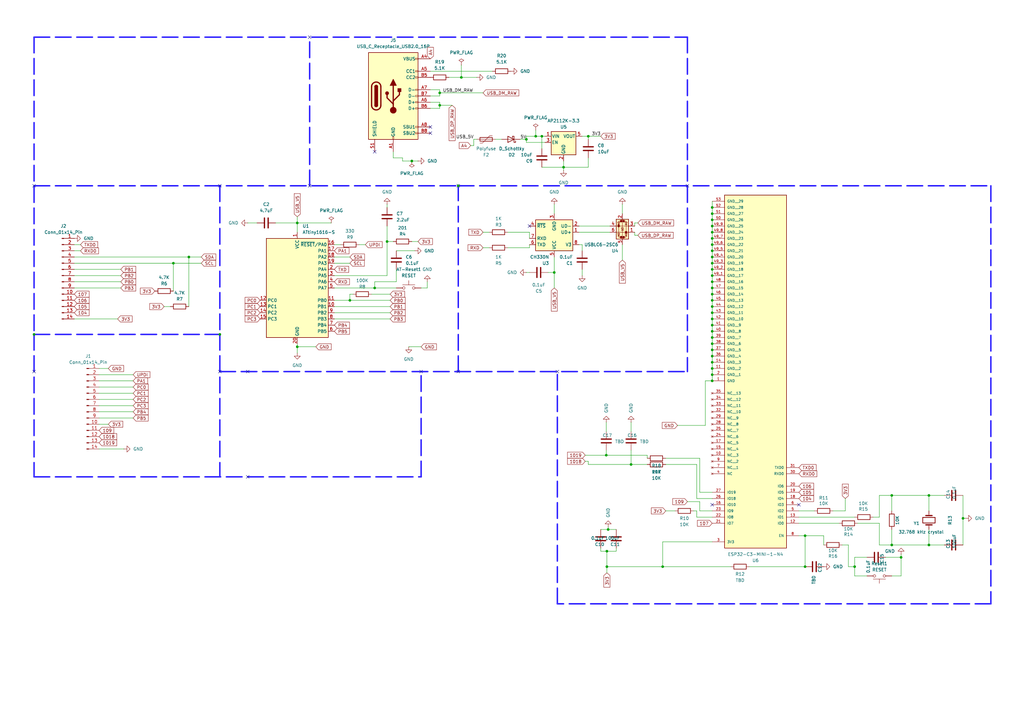
<source format=kicad_sch>
(kicad_sch (version 20250114) (generator "eeschema") (generator_version "9.0")
  (paper "A3")
  (lib_symbols
    (symbol "Connector:Conn_01x14_Pin" (pin_names (offset 1.016) (hide yes))
      (property "Reference" "J" (at 0 17.78 0))
      (property "Value" "Conn_01x14_Pin" (at 0 -20.32 0))
      (symbol "Conn_01x14_Pin_1_1"
        (pin passive line (at 5.08 15.24 180) (length 3.81) (name "Pin_1") (number "1"))
        (pin passive line (at 5.08 12.7 180) (length 3.81) (name "Pin_2") (number "2"))
        (pin passive line (at 5.08 10.16 180) (length 3.81) (name "Pin_3") (number "3"))
        (pin passive line (at 5.08 7.62 180) (length 3.81) (name "Pin_4") (number "4"))
        (pin passive line (at 5.08 5.08 180) (length 3.81) (name "Pin_5") (number "5"))
        (pin passive line (at 5.08 2.54 180) (length 3.81) (name "Pin_6") (number "6"))
        (pin passive line (at 5.08 0 180) (length 3.81) (name "Pin_7") (number "7"))
        (pin passive line (at 5.08 -2.54 180) (length 3.81) (name "Pin_8") (number "8"))
        (pin passive line (at 5.08 -5.08 180) (length 3.81) (name "Pin_9") (number "9"))
        (pin passive line (at 5.08 -7.62 180) (length 3.81) (name "Pin_10") (number "10"))
        (pin passive line (at 5.08 -10.16 180) (length 3.81) (name "Pin_11") (number "11"))
        (pin passive line (at 5.08 -12.7 180) (length 3.81) (name "Pin_12") (number "12"))
        (pin passive line (at 5.08 -15.24 180) (length 3.81) (name "Pin_13") (number "13"))
        (pin passive line (at 5.08 -17.78 180) (length 3.81) (name "Pin_14") (number "14"))
      )
    )
    (symbol "Connector:USB_C_Receptacle_USB2.0_16P" (pin_names (offset 1.016))
      (property "Reference" "J" (at 0 22.225 0))
      (property "Value" "USB_C_Receptacle_USB2.0_16P" (at 0 19.685 0))
      (symbol "USB_C_Receptacle_USB2.0_16P_1_1"
        (pin passive line (at -7.62 -22.86 90) (length 5.08) (name "SHIELD") (number "S1"))
        (pin passive line (at 0 -22.86 90) (length 5.08) (name "GND") (number "A1"))
        (pin passive line (at 0 -22.86 90) (length 5.08) (hide yes) (name "GND") (number "A12"))
        (pin passive line (at 0 -22.86 90) (length 5.08) (hide yes) (name "GND") (number "B1"))
        (pin passive line (at 0 -22.86 90) (length 5.08) (hide yes) (name "GND") (number "B12"))
        (pin passive line (at 15.24 15.24 180) (length 5.08) (name "VBUS") (number "A4"))
        (pin passive line (at 15.24 15.24 180) (length 5.08) (hide yes) (name "VBUS") (number "A9"))
        (pin passive line (at 15.24 15.24 180) (length 5.08) (hide yes) (name "VBUS") (number "B4"))
        (pin passive line (at 15.24 15.24 180) (length 5.08) (hide yes) (name "VBUS") (number "B9"))
        (pin bidirectional line (at 15.24 10.16 180) (length 5.08) (name "CC1") (number "A5"))
        (pin bidirectional line (at 15.24 7.62 180) (length 5.08) (name "CC2") (number "B5"))
        (pin bidirectional line (at 15.24 2.54 180) (length 5.08) (name "D-") (number "A7"))
        (pin bidirectional line (at 15.24 0 180) (length 5.08) (name "D-") (number "B7"))
        (pin bidirectional line (at 15.24 -2.54 180) (length 5.08) (name "D+") (number "A6"))
        (pin bidirectional line (at 15.24 -5.08 180) (length 5.08) (name "D+") (number "B6"))
        (pin bidirectional line (at 15.24 -12.7 180) (length 5.08) (name "SBU1") (number "A8"))
        (pin bidirectional line (at 15.24 -15.24 180) (length 5.08) (name "SBU2") (number "B8"))
      )
    )
    (symbol "Device:C" (pin_numbers (hide yes)) (pin_names (offset 0.254))
      (property "Reference" "C" (at 0.635 2.54 0))
      (property "Value" "C" (at 0.635 -2.54 0))
      (symbol "C_1_1"
        (pin passive line (at 0 3.81 270) (length 2.794) (name "~") (number "1"))
        (pin passive line (at 0 -3.81 90) (length 2.794) (name "~") (number "2"))
      )
    )
    (symbol "Device:Crystal" (pin_numbers (hide yes)) (pin_names (offset 1.016) (hide yes))
      (property "Reference" "Y" (at 0 3.81 0))
      (property "Value" "Crystal" (at 0 -3.81 0))
      (symbol "Crystal_1_1"
        (pin passive line (at -3.81 0 0) (length 1.27) (name "1") (number "1"))
        (pin passive line (at 3.81 0 180) (length 1.27) (name "2") (number "2"))
      )
    )
    (symbol "Device:D_Schottky" (pin_numbers (hide yes)) (pin_names (offset 1.016) (hide yes))
      (property "Reference" "D" (at 0 2.54 0))
      (property "Value" "D_Schottky" (at 0 -2.54 0))
      (symbol "D_Schottky_1_1"
        (pin passive line (at -3.81 0 0) (length 2.54) (name "K") (number "1"))
        (pin passive line (at 3.81 0 180) (length 2.54) (name "A") (number "2"))
      )
    )
    (symbol "Device:Polyfuse" (pin_numbers (hide yes)) (pin_names (offset 0))
      (property "Reference" "F" (at -2.54 0 90))
      (property "Value" "Polyfuse" (at 2.54 0 90))
      (symbol "Polyfuse_1_1"
        (pin passive line (at 0 3.81 270) (length 1.27) (name "~") (number "1"))
        (pin passive line (at 0 -3.81 90) (length 1.27) (name "~") (number "2"))
      )
    )
    (symbol "Device:R" (pin_numbers (hide yes)) (pin_names (offset 0))
      (property "Reference" "R" (at 2.032 0 90))
      (property "Value" "R" (at 0 0 90))
      (symbol "R_1_1"
        (pin passive line (at 0 3.81 270) (length 1.27) (name "~") (number "1"))
        (pin passive line (at 0 -3.81 90) (length 1.27) (name "~") (number "2"))
      )
    )
    (symbol "ESP32-C3-MINI-1-N4:ESP32-C3-MINI-1-N4" (pin_names (offset 1.016))
      (property "Reference" "U" (at -12.7 18.796 0))
      (property "Value" "ESP32-C3-MINI-1-N4" (at -12.7 -129.54 0))
      (symbol "ESP32-C3-MINI-1-N4_0_0"
        (pin input line (at -17.78 12.7 0) (length 5.08) (name "EN") (number "8"))
        (pin bidirectional line (at -17.78 7.62 0) (length 5.08) (name "IO0") (number "12"))
        (pin bidirectional line (at -17.78 5.08 0) (length 5.08) (name "IO1") (number "13"))
        (pin bidirectional line (at -17.78 2.54 0) (length 5.08) (name "IO2") (number "5"))
        (pin bidirectional line (at -17.78 0 0) (length 5.08) (name "IO3") (number "6"))
        (pin bidirectional line (at -17.78 -2.54 0) (length 5.08) (name "IO4") (number "18"))
        (pin bidirectional line (at -17.78 -5.08 0) (length 5.08) (name "IO5") (number "19"))
        (pin bidirectional line (at -17.78 -7.62 0) (length 5.08) (name "IO6") (number "20"))
        (pin bidirectional line (at -17.78 -12.7 0) (length 5.08) (name "RXD0") (number "30"))
        (pin bidirectional line (at -17.78 -15.24 0) (length 5.08) (name "TXD0") (number "31"))
        (pin power_in line (at 17.78 15.24 180) (length 5.08) (name "3V3") (number "3"))
        (pin bidirectional line (at 17.78 7.62 180) (length 5.08) (name "IO7") (number "21"))
        (pin bidirectional line (at 17.78 5.08 180) (length 5.08) (name "IO8") (number "22"))
        (pin bidirectional line (at 17.78 2.54 180) (length 5.08) (name "IO9") (number "23"))
        (pin bidirectional line (at 17.78 0 180) (length 5.08) (name "IO10") (number "16"))
        (pin bidirectional line (at 17.78 -2.54 180) (length 5.08) (name "IO18") (number "26"))
        (pin bidirectional line (at 17.78 -5.08 180) (length 5.08) (name "IO19") (number "27"))
        (pin no_connect line (at 17.78 -12.7 180) (length 5.08) (name "NC") (number "4"))
        (pin no_connect line (at 17.78 -15.24 180) (length 5.08) (name "NC__1") (number "7"))
        (pin no_connect line (at 17.78 -17.78 180) (length 5.08) (name "NC__2") (number "9"))
        (pin no_connect line (at 17.78 -20.32 180) (length 5.08) (name "NC__3") (number "10"))
        (pin no_connect line (at 17.78 -22.86 180) (length 5.08) (name "NC__4") (number "15"))
        (pin no_connect line (at 17.78 -25.4 180) (length 5.08) (name "NC__5") (number "17"))
        (pin no_connect line (at 17.78 -27.94 180) (length 5.08) (name "NC__6") (number "24"))
        (pin no_connect line (at 17.78 -30.48 180) (length 5.08) (name "NC__7") (number "25"))
        (pin no_connect line (at 17.78 -33.02 180) (length 5.08) (name "NC__8") (number "28"))
        (pin no_connect line (at 17.78 -35.56 180) (length 5.08) (name "NC__9") (number "29"))
        (pin no_connect line (at 17.78 -38.1 180) (length 5.08) (name "NC__10") (number "32"))
        (pin no_connect line (at 17.78 -40.64 180) (length 5.08) (name "NC__11") (number "33"))
        (pin no_connect line (at 17.78 -43.18 180) (length 5.08) (name "NC__12") (number "34"))
        (pin no_connect line (at 17.78 -45.72 180) (length 5.08) (name "NC__13") (number "35"))
        (pin power_in line (at 17.78 -50.8 180) (length 5.08) (name "GND") (number "1"))
        (pin power_in line (at 17.78 -53.34 180) (length 5.08) (name "GND__1") (number "2"))
        (pin power_in line (at 17.78 -55.88 180) (length 5.08) (name "GND__2") (number "11"))
        (pin power_in line (at 17.78 -58.42 180) (length 5.08) (name "GND__3") (number "14"))
        (pin power_in line (at 17.78 -60.96 180) (length 5.08) (name "GND__4") (number "36"))
        (pin power_in line (at 17.78 -63.5 180) (length 5.08) (name "GND__5") (number "37"))
        (pin power_in line (at 17.78 -66.04 180) (length 5.08) (name "GND__6") (number "38"))
        (pin power_in line (at 17.78 -68.58 180) (length 5.08) (name "GND__7") (number "39"))
        (pin power_in line (at 17.78 -71.12 180) (length 5.08) (name "GND__8") (number "40"))
        (pin power_in line (at 17.78 -73.66 180) (length 5.08) (name "GND__9") (number "41"))
        (pin power_in line (at 17.78 -76.2 180) (length 5.08) (name "GND__10") (number "42"))
        (pin power_in line (at 17.78 -78.74 180) (length 5.08) (name "GND__11") (number "43"))
        (pin power_in line (at 17.78 -81.28 180) (length 5.08) (name "GND__12") (number "44"))
        (pin power_in line (at 17.78 -83.82 180) (length 5.08) (name "GND__13") (number "45"))
        (pin power_in line (at 17.78 -86.36 180) (length 5.08) (name "GND__14") (number "46"))
        (pin power_in line (at 17.78 -88.9 180) (length 5.08) (name "GND__15") (number "47"))
        (pin power_in line (at 17.78 -91.44 180) (length 5.08) (name "GND__16") (number "48"))
        (pin power_in line (at 17.78 -93.98 180) (length 5.08) (name "GND__17") (number "49_1"))
        (pin power_in line (at 17.78 -96.52 180) (length 5.08) (name "GND__18") (number "49_2"))
        (pin power_in line (at 17.78 -99.06 180) (length 5.08) (name "GND__19") (number "49_3"))
        (pin power_in line (at 17.78 -101.6 180) (length 5.08) (name "GND__20") (number "49_4"))
        (pin power_in line (at 17.78 -104.14 180) (length 5.08) (name "GND__21") (number "49_5"))
        (pin power_in line (at 17.78 -106.68 180) (length 5.08) (name "GND__22") (number "49_6"))
        (pin power_in line (at 17.78 -109.22 180) (length 5.08) (name "GND__23") (number "49_7"))
        (pin power_in line (at 17.78 -111.76 180) (length 5.08) (name "GND__24") (number "49_8"))
        (pin power_in line (at 17.78 -114.3 180) (length 5.08) (name "GND__25") (number "49_9"))
        (pin power_in line (at 17.78 -116.84 180) (length 5.08) (name "GND__26") (number "50"))
        (pin power_in line (at 17.78 -119.38 180) (length 5.08) (name "GND__27") (number "51"))
        (pin power_in line (at 17.78 -121.92 180) (length 5.08) (name "GND__28") (number "52"))
        (pin power_in line (at 17.78 -124.46 180) (length 5.08) (name "GND__29") (number "53"))
      )
    )
    (symbol "Interface_USB:CH330N"
      (property "Reference" "U" (at -7.62 6.35 0))
      (property "Value" "CH330N" (at 7.62 6.35 0))
      (symbol "CH330N_1_1"
        (pin passive line (at -10.16 2.54 0) (length 2.54) (name "V3") (number "8"))
        (pin bidirectional line (at -10.16 -2.54 0) (length 2.54) (name "UD+") (number "1"))
        (pin bidirectional line (at -10.16 -5.08 0) (length 2.54) (name "UD-") (number "2"))
        (pin power_in line (at 0 7.62 270) (length 2.54) (name "VCC") (number "5"))
        (pin power_in line (at 0 -10.16 90) (length 2.54) (name "GND") (number "3"))
        (pin output line (at 10.16 2.54 180) (length 2.54) (name "TXD") (number "6"))
        (pin input line (at 10.16 0 180) (length 2.54) (name "RXD") (number "7"))
        (pin output line (at 10.16 -5.08 180) (length 2.54) (name "~{RTS}") (number "4"))
      )
    )
    (symbol "MCU_Microchip_ATtiny:ATtiny1616-S"
      (property "Reference" "U" (at -12.7 21.59 0))
      (property "Value" "ATtiny1616-S" (at 2.54 -21.59 0))
      (symbol "ATtiny1616-S_1_1"
        (pin bidirectional line (at -15.24 -5.08 0) (length 2.54) (name "PC0") (number "12"))
        (pin bidirectional line (at -15.24 -7.62 0) (length 2.54) (name "PC1") (number "13"))
        (pin bidirectional line (at -15.24 -10.16 0) (length 2.54) (name "PC2") (number "14"))
        (pin bidirectional line (at -15.24 -12.7 0) (length 2.54) (name "PC3") (number "15"))
        (pin power_in line (at 0 22.86 270) (length 2.54) (name "VCC") (number "1"))
        (pin power_in line (at 0 -22.86 90) (length 2.54) (name "GND") (number "20"))
        (pin bidirectional line (at 15.24 17.78 180) (length 2.54) (name "~{RESET}/PA0") (number "16"))
        (pin bidirectional line (at 15.24 15.24 180) (length 2.54) (name "PA1") (number "17"))
        (pin bidirectional line (at 15.24 12.7 180) (length 2.54) (name "PA2") (number "18"))
        (pin bidirectional line (at 15.24 10.16 180) (length 2.54) (name "PA3") (number "19"))
        (pin bidirectional line (at 15.24 7.62 180) (length 2.54) (name "PA4") (number "2"))
        (pin bidirectional line (at 15.24 5.08 180) (length 2.54) (name "PA5") (number "3"))
        (pin bidirectional line (at 15.24 2.54 180) (length 2.54) (name "PA6") (number "4"))
        (pin bidirectional line (at 15.24 0 180) (length 2.54) (name "PA7") (number "5"))
        (pin bidirectional line (at 15.24 -5.08 180) (length 2.54) (name "PB0") (number "11"))
        (pin bidirectional line (at 15.24 -7.62 180) (length 2.54) (name "PB1") (number "10"))
        (pin bidirectional line (at 15.24 -10.16 180) (length 2.54) (name "PB2") (number "9"))
        (pin bidirectional line (at 15.24 -12.7 180) (length 2.54) (name "PB3") (number "8"))
        (pin bidirectional line (at 15.24 -15.24 180) (length 2.54) (name "PB4") (number "7"))
        (pin bidirectional line (at 15.24 -17.78 180) (length 2.54) (name "PB5") (number "6"))
      )
    )
    (symbol "Power_Protection:USBLC6-2SC6" (pin_names (hide yes))
      (property "Reference" "U" (at 0.635 5.715 0))
      (property "Value" "USBLC6-2SC6" (at 0.635 3.81 0))
      (symbol "USBLC6-2SC6_1_1"
        (pin passive line (at -5.08 0 0) (length 2.54) (name "I/O1") (number "1"))
        (pin passive line (at -5.08 -2.54 0) (length 2.54) (name "I/O2") (number "3"))
        (pin passive line (at 0 5.08 270) (length 2.54) (name "VBUS") (number "5"))
        (pin passive line (at 0 -7.62 90) (length 2.54) (name "GND") (number "2"))
        (pin passive line (at 5.08 0 180) (length 2.54) (name "I/O1") (number "6"))
        (pin passive line (at 5.08 -2.54 180) (length 2.54) (name "I/O2") (number "4"))
      )
    )
    (symbol "Regulator_Linear:AP2112K-3.3" (pin_names (offset 0.254))
      (property "Reference" "U" (at -5.08 5.715 0))
      (property "Value" "AP2112K-3.3" (at 0 5.715 0))
      (symbol "AP2112K-3.3_1_1"
        (pin power_in line (at -7.62 2.54 0) (length 2.54) (name "VIN") (number "1"))
        (pin input line (at -7.62 0 0) (length 2.54) (name "EN") (number "3"))
        (pin power_in line (at 0 -7.62 90) (length 2.54) (name "GND") (number "2"))
        (pin no_connect line (at 5.08 0 180) (length 2.54) (hide yes) (name "NC") (number "4"))
        (pin power_out line (at 7.62 2.54 180) (length 2.54) (name "VOUT") (number "5"))
      )
    )
    (symbol "Switch:SW_Push" (pin_numbers (hide yes)) (pin_names (offset 1.016) (hide yes))
      (property "Reference" "SW" (at 1.27 2.54 0))
      (property "Value" "SW_Push" (at 0 -1.524 0))
      (symbol "SW_Push_0_1"
        (pin passive line (at -5.08 0 0) (length 2.54) (name "1") (number "1"))
        (pin passive line (at 5.08 0 180) (length 2.54) (name "2") (number "2"))
      )
    )
    (symbol "power:GND" (power) (pin_numbers (hide yes)) (pin_names (offset 0) (hide yes))
      (property "Value" "GND" (at 0 -3.81 0))
      (symbol "GND_1_1"
        (pin power_in line (at 0 0 270) (length 0) (name "~") (number "1"))
      )
    )
    (symbol "power:PWR_FLAG" (power) (pin_numbers (hide yes)) (pin_names (offset 0) (hide yes))
      (property "Value" "PWR_FLAG" (at 0 3.81 0))
      (symbol "PWR_FLAG_0_0"
        (pin power_out line (at 0 0 90) (length 0) (name "~") (number "1"))
      )
    )
  )
  (junction (at 248.92 226.06))
  (junction (at 121.92 91.44))
  (junction (at 292.1 120.65))
  (junction (at 369.57 228.6))
  (junction (at 222.25 55.88))
  (junction (at 292.1 115.57))
  (junction (at 292.1 90.17))
  (junction (at 215.9 57.15))
  (junction (at 292.1 105.41))
  (junction (at 71.12 107.95))
  (junction (at 292.1 143.51))
  (junction (at 143.51 123.19))
  (junction (at 292.1 133.35))
  (junction (at 292.1 107.95))
  (junction (at 90.17 137.16))
  (junction (at 187.96 76.2))
  (junction (at 350.52 232.41))
  (junction (at 241.3 55.88))
  (junction (at 271.78 232.41))
  (junction (at 292.1 92.71))
  (junction (at 292.1 153.67))
  (junction (at 258.826 190.5))
  (junction (at 219.71 55.88))
  (junction (at 292.1 123.19))
  (junction (at 330.2 232.41))
  (junction (at 292.1 156.21))
  (junction (at 248.666 186.69))
  (junction (at 158.75 99.06))
  (junction (at 381 223.52))
  (junction (at 292.1 130.81))
  (junction (at 231.14 68.58))
  (junction (at 77.47 105.41))
  (junction (at 292.1 85.09))
  (junction (at 292.1 118.11))
  (junction (at 227.33 111.76))
  (junction (at 365.76 223.52))
  (junction (at 292.1 151.13))
  (junction (at 330.2 219.71))
  (junction (at 292.1 140.97))
  (junction (at 292.1 97.79))
  (junction (at 292.1 87.63))
  (junction (at 180.34 43.18))
  (junction (at 292.1 138.43))
  (junction (at 292.1 102.87))
  (junction (at 292.1 128.27))
  (junction (at 292.1 110.49))
  (junction (at 121.92 142.24))
  (junction (at 381 203.2))
  (junction (at 365.76 203.2))
  (junction (at 292.1 95.25))
  (junction (at 292.1 100.33))
  (junction (at 292.1 146.05))
  (junction (at 249.428 217.17))
  (junction (at 248.92 232.41))
  (junction (at 292.1 135.89))
  (junction (at 292.1 148.59))
  (junction (at 180.34 38.1))
  (junction (at 292.1 125.73))
  (junction (at 292.1 113.03))
  (junction (at 189.23 31.75))
  (junction (at 153.67 118.11))
  (junction (at 13.97 137.16))
  (junction (at 168.91 66.04))
  (junction (at 394.97 212.598))
  (no_connect (at 176.53 54.61))
  (no_connect (at 90.17 76.2))
  (no_connect (at 127 15.24))
  (no_connect (at 101.6 195.58))
  (no_connect (at 13.97 152.4))
  (no_connect (at 13.97 76.2))
  (no_connect (at 101.6 152.4))
  (no_connect (at 292.1 207.01))
  (no_connect (at 172.72 152.4))
  (no_connect (at 228.6 152.4))
  (no_connect (at 281.94 76.2))
  (no_connect (at 217.17 92.71))
  (no_connect (at 327.66 207.01))
  (no_connect (at 187.96 76.2))
  (no_connect (at 153.67 62.23))
  (no_connect (at 187.96 152.4))
  (no_connect (at 127 76.2))
  (no_connect (at 90.17 152.4))
  (no_connect (at 176.53 52.07))
  (wire (pts (xy 292.1 222.25) (xy 271.78 222.25)))
  (wire (pts (xy 176.53 29.21) (xy 201.93 29.21)))
  (wire (pts (xy 292.1 100.33) (xy 292.1 97.79)))
  (wire (pts (xy 205.74 57.15) (xy 203.2 57.15)))
  (wire (pts (xy 137.16 107.95) (xy 143.51 107.95)))
  (wire (pts (xy 40.64 151.13) (xy 44.45 151.13)))
  (wire (pts (xy 240.03 189.23) (xy 241.3 189.23)))
  (wire (pts (xy 292.1 120.65) (xy 292.1 118.11)))
  (wire (pts (xy 360.68 203.2) (xy 365.76 203.2)))
  (wire (pts (xy 187.96 152.4) (xy 187.96 76.2)) (stroke (width 0.5842) (type dash) (color 40 26 255 1)))
  (wire (pts (xy 153.67 115.57) (xy 153.67 118.11)))
  (wire (pts (xy 50.8 184.15) (xy 40.64 184.15)))
  (wire (pts (xy 252.73 224.79) (xy 252.73 226.06)))
  (wire (pts (xy 289.306 174.498) (xy 277.876 174.498)))
  (wire (pts (xy 246.38 226.06) (xy 246.38 224.79)))
  (wire (pts (xy 137.16 113.03) (xy 158.75 113.03)))
  (wire (pts (xy 71.12 107.95) (xy 82.55 107.95)))
  (wire (pts (xy 394.97 212.598) (xy 395.986 212.598)))
  (wire (pts (xy 30.48 115.57) (xy 49.53 115.57)))
  (wire (pts (xy 381 203.2) (xy 387.35 203.2)))
  (wire (pts (xy 189.23 26.67) (xy 189.23 31.75)))
  (wire (pts (xy 161.29 62.23) (xy 161.29 64.77)))
  (wire (pts (xy 394.97 212.598) (xy 394.97 203.2)))
  (wire (pts (xy 276.86 209.55) (xy 273.05 209.55)))
  (wire (pts (xy 285.75 209.55) (xy 285.75 212.09)))
  (wire (pts (xy 248.92 232.41) (xy 248.92 226.06)))
  (wire (pts (xy 215.9 55.88) (xy 215.9 57.15)))
  (wire (pts (xy 30.48 105.41) (xy 77.47 105.41)))
  (wire (pts (xy 219.71 55.88) (xy 215.9 55.88)))
  (wire (pts (xy 241.3 190.5) (xy 258.826 190.5)))
  (wire (pts (xy 292.1 97.79) (xy 292.1 95.25)))
  (wire (pts (xy 40.64 163.83) (xy 54.61 163.83)))
  (wire (pts (xy 13.97 137.16) (xy 13.97 195.58)) (stroke (width 0.5842) (type dash) (color 40 26 255 1)))
  (wire (pts (xy 248.666 173.228) (xy 248.666 177.038)))
  (wire (pts (xy 208.28 95.25) (xy 217.17 95.25)))
  (wire (pts (xy 222.25 55.88) (xy 219.71 55.88)))
  (wire (pts (xy 292.1 130.81) (xy 292.1 128.27)))
  (wire (pts (xy 135.89 91.44) (xy 121.92 91.44)))
  (wire (pts (xy 271.78 232.41) (xy 248.92 232.41)))
  (wire (pts (xy 337.82 219.71) (xy 330.2 219.71)))
  (wire (pts (xy 231.14 68.58) (xy 231.14 69.85)))
  (wire (pts (xy 143.51 120.65) (xy 143.51 123.19)))
  (wire (pts (xy 292.1 115.57) (xy 292.1 113.03)))
  (wire (pts (xy 176.53 39.37) (xy 180.34 39.37)))
  (wire (pts (xy 292.1 133.35) (xy 292.1 130.81)))
  (wire (pts (xy 365.76 223.52) (xy 360.68 223.52)))
  (wire (pts (xy 289.306 156.21) (xy 292.1 156.21)))
  (wire (pts (xy 215.9 58.42) (xy 215.9 57.15)))
  (wire (pts (xy 13.97 15.24) (xy 13.97 137.16)) (stroke (width 0.5842) (type dash) (color 40 26 255 1)))
  (wire (pts (xy 351.79 214.63) (xy 360.68 214.63)))
  (wire (pts (xy 228.6 247.65) (xy 228.6 152.4)) (stroke (width 0.5842) (type dash) (color 40 26 255 1)))
  (wire (pts (xy 162.56 110.49) (xy 162.56 115.57)))
  (wire (pts (xy 193.04 59.69) (xy 194.31 59.69)))
  (wire (pts (xy 347.98 232.41) (xy 350.52 232.41)))
  (wire (pts (xy 365.76 223.52) (xy 365.76 217.17)))
  (wire (pts (xy 292.1 125.73) (xy 292.1 123.19)))
  (wire (pts (xy 165.1 66.04) (xy 165.1 64.77)))
  (wire (pts (xy 200.66 101.6) (xy 198.12 101.6)))
  (wire (pts (xy 90.17 152.4) (xy 281.94 152.4)) (stroke (width 0.5842) (type dash) (color 40 26 255 1)))
  (wire (pts (xy 334.01 209.55) (xy 327.66 209.55)))
  (wire (pts (xy 265.43 186.69) (xy 265.43 187.96)))
  (wire (pts (xy 144.78 120.65) (xy 143.51 120.65)))
  (wire (pts (xy 158.75 99.06) (xy 161.29 99.06)))
  (wire (pts (xy 365.76 203.2) (xy 381 203.2)))
  (wire (pts (xy 40.64 153.67) (xy 54.61 153.67)))
  (wire (pts (xy 292.1 102.87) (xy 292.1 100.33)))
  (wire (pts (xy 261.62 91.44) (xy 260.35 91.44)))
  (wire (pts (xy 227.33 118.11) (xy 227.33 111.76)))
  (wire (pts (xy 394.97 212.598) (xy 394.97 223.52)))
  (wire (pts (xy 241.3 55.88) (xy 238.76 55.88)))
  (wire (pts (xy 350.52 232.41) (xy 350.52 236.22)))
  (wire (pts (xy 241.3 64.77) (xy 241.3 68.58)))
  (wire (pts (xy 337.82 219.71) (xy 337.82 223.52)))
  (wire (pts (xy 369.57 236.22) (xy 365.76 236.22)))
  (wire (pts (xy 292.1 87.63) (xy 292.1 85.09)))
  (wire (pts (xy 30.48 102.87) (xy 33.02 102.87)))
  (wire (pts (xy 292.1 90.17) (xy 292.1 87.63)))
  (wire (pts (xy 381 223.52) (xy 365.76 223.52)))
  (wire (pts (xy 292.1 148.59) (xy 292.1 146.05)))
  (wire (pts (xy 248.92 226.06) (xy 246.38 226.06)))
  (wire (pts (xy 292.1 138.43) (xy 292.1 135.89)))
  (wire (pts (xy 363.22 228.6) (xy 369.57 228.6)))
  (wire (pts (xy 227.33 87.63) (xy 227.33 83.82)))
  (wire (pts (xy 406.4 247.65) (xy 228.6 247.65)) (stroke (width 0.5842) (type dash) (color 40 26 255 1)))
  (wire (pts (xy 369.57 236.22) (xy 369.57 228.6)))
  (wire (pts (xy 292.1 110.49) (xy 292.1 107.95)))
  (wire (pts (xy 176.53 44.45) (xy 180.34 44.45)))
  (wire (pts (xy 292.1 151.13) (xy 292.1 148.59)))
  (wire (pts (xy 292.1 143.51) (xy 292.1 140.97)))
  (wire (pts (xy 152.4 120.65) (xy 160.02 120.65)))
  (wire (pts (xy 227.33 111.76) (xy 227.33 105.41)))
  (wire (pts (xy 292.1 95.25) (xy 292.1 92.71)))
  (wire (pts (xy 250.19 92.71) (xy 237.49 92.71)))
  (wire (pts (xy 40.64 173.99) (xy 44.45 173.99)))
  (wire (pts (xy 287.02 205.74) (xy 287.02 209.55)))
  (wire (pts (xy 252.73 226.06) (xy 248.92 226.06)))
  (wire (pts (xy 180.34 43.18) (xy 180.34 44.45)))
  (wire (pts (xy 137.16 105.41) (xy 143.51 105.41)))
  (wire (pts (xy 285.75 204.47) (xy 285.75 190.5)))
  (wire (pts (xy 249.428 217.17) (xy 246.38 217.17)))
  (wire (pts (xy 175.26 118.11) (xy 175.26 115.57)))
  (wire (pts (xy 30.48 118.11) (xy 49.53 118.11)))
  (wire (pts (xy 281.94 15.24) (xy 281.94 152.4)) (stroke (width 0.5842) (type dash) (color 40 26 255 1)))
  (wire (pts (xy 258.826 190.5) (xy 258.826 184.658)))
  (wire (pts (xy 189.23 31.75) (xy 195.58 31.75)))
  (wire (pts (xy 30.48 110.49) (xy 49.53 110.49)))
  (wire (pts (xy 222.25 60.96) (xy 222.25 55.88)))
  (wire (pts (xy 137.16 130.81) (xy 160.02 130.81)))
  (wire (pts (xy 246.38 55.88) (xy 241.3 55.88)))
  (wire (pts (xy 217.17 111.76) (xy 215.9 111.76)))
  (wire (pts (xy 292.1 204.47) (xy 285.75 204.47)))
  (wire (pts (xy 330.2 232.41) (xy 307.34 232.41)))
  (wire (pts (xy 171.45 66.04) (xy 168.91 66.04)))
  (wire (pts (xy 147.32 100.33) (xy 149.86 100.33)))
  (wire (pts (xy 184.15 31.75) (xy 189.23 31.75)))
  (wire (pts (xy 40.64 161.29) (xy 54.61 161.29)))
  (wire (pts (xy 248.666 186.69) (xy 248.666 184.658)))
  (wire (pts (xy 248.92 234.95) (xy 248.92 232.41)))
  (wire (pts (xy 13.97 15.24) (xy 281.94 15.24)) (stroke (width 0.5842) (type dash) (color 40 26 255 1)))
  (wire (pts (xy 345.44 223.52) (xy 347.98 223.52)))
  (wire (pts (xy 292.1 105.41) (xy 292.1 102.87)))
  (wire (pts (xy 153.67 118.11) (xy 162.56 118.11)))
  (wire (pts (xy 255.27 106.68) (xy 255.27 100.33)))
  (wire (pts (xy 223.52 58.42) (xy 215.9 58.42)))
  (wire (pts (xy 90.17 137.16) (xy 90.17 195.58)) (stroke (width 0.5842) (type dash) (color 40 26 255 1)))
  (wire (pts (xy 69.85 125.73) (xy 67.31 125.73)))
  (wire (pts (xy 217.17 101.6) (xy 217.17 100.33)))
  (wire (pts (xy 40.64 166.37) (xy 54.61 166.37)))
  (wire (pts (xy 360.68 214.63) (xy 360.68 223.52)))
  (wire (pts (xy 350.52 236.22) (xy 355.6 236.22)))
  (wire (pts (xy 327.66 212.09) (xy 350.52 212.09)))
  (wire (pts (xy 30.48 100.33) (xy 33.02 100.33)))
  (wire (pts (xy 223.52 55.88) (xy 222.25 55.88)))
  (wire (pts (xy 90.17 76.2) (xy 90.17 137.16)) (stroke (width 0.5842) (type dash) (color 40 26 255 1)))
  (wire (pts (xy 327.66 214.63) (xy 344.17 214.63)))
  (wire (pts (xy 137.16 100.33) (xy 139.7 100.33)))
  (wire (pts (xy 292.1 113.03) (xy 292.1 110.49)))
  (wire (pts (xy 30.48 107.95) (xy 71.12 107.95)))
  (wire (pts (xy 287.02 187.96) (xy 273.05 187.96)))
  (wire (pts (xy 77.47 105.41) (xy 77.47 125.73)))
  (wire (pts (xy 162.56 102.87) (xy 170.18 102.87)))
  (wire (pts (xy 167.64 142.24) (xy 172.72 142.24)))
  (wire (pts (xy 238.76 110.49) (xy 238.76 113.03)))
  (wire (pts (xy 180.34 41.91) (xy 180.34 43.18)))
  (wire (pts (xy 261.62 96.52) (xy 260.35 96.52)))
  (wire (pts (xy 40.64 168.91) (xy 54.61 168.91)))
  (wire (pts (xy 271.78 232.41) (xy 271.78 222.25)))
  (wire (pts (xy 365.76 209.55) (xy 365.76 203.2)))
  (wire (pts (xy 168.91 66.04) (xy 165.1 66.04)))
  (wire (pts (xy 217.17 95.25) (xy 217.17 97.79)))
  (wire (pts (xy 40.64 156.21) (xy 54.61 156.21)))
  (wire (pts (xy 248.666 186.69) (xy 265.43 186.69)))
  (wire (pts (xy 137.16 118.11) (xy 153.67 118.11)))
  (wire (pts (xy 180.34 39.37) (xy 180.34 38.1)))
  (wire (pts (xy 292.1 118.11) (xy 292.1 115.57)))
  (wire (pts (xy 355.6 228.6) (xy 350.52 228.6)))
  (wire (pts (xy 350.52 228.6) (xy 350.52 232.41)))
  (wire (pts (xy 158.75 113.03) (xy 158.75 99.06)))
  (wire (pts (xy 137.16 125.73) (xy 160.02 125.73)))
  (wire (pts (xy 237.49 95.25) (xy 250.19 95.25)))
  (wire (pts (xy 258.826 173.228) (xy 258.826 177.038)))
  (wire (pts (xy 255.27 83.82) (xy 255.27 87.63)))
  (wire (pts (xy 292.1 107.95) (xy 292.1 105.41)))
  (wire (pts (xy 160.02 123.19) (xy 143.51 123.19)))
  (wire (pts (xy 249.428 217.17) (xy 249.428 216.154)))
  (wire (pts (xy 260.35 96.52) (xy 260.35 95.25)))
  (wire (pts (xy 121.92 140.97) (xy 121.92 142.24)))
  (wire (pts (xy 241.3 68.58) (xy 231.14 68.58)))
  (wire (pts (xy 299.72 232.41) (xy 271.78 232.41)))
  (wire (pts (xy 40.64 171.45) (xy 54.61 171.45)))
  (wire (pts (xy 77.47 105.41) (xy 82.55 105.41)))
  (wire (pts (xy 172.72 195.58) (xy 172.72 152.4)) (stroke (width 0.5842) (type dash) (color 40 26 255 1)))
  (wire (pts (xy 30.48 113.03) (xy 49.53 113.03)))
  (wire (pts (xy 13.97 195.58) (xy 172.72 195.58)) (stroke (width 0.5842) (type dash) (color 40 26 255 1)))
  (wire (pts (xy 180.34 36.83) (xy 176.53 36.83)))
  (wire (pts (xy 287.02 201.93) (xy 287.02 187.96)))
  (wire (pts (xy 194.31 57.15) (xy 195.58 57.15)))
  (wire (pts (xy 292.1 123.19) (xy 292.1 120.65)))
  (wire (pts (xy 387.35 223.52) (xy 381 223.52)))
  (wire (pts (xy 180.34 38.1) (xy 180.34 36.83)))
  (wire (pts (xy 101.6 91.44) (xy 105.41 91.44)))
  (wire (pts (xy 341.63 209.55) (xy 346.71 209.55)))
  (wire (pts (xy 292.1 153.67) (xy 292.1 151.13)))
  (wire (pts (xy 172.72 118.11) (xy 175.26 118.11)))
  (wire (pts (xy 13.97 76.2) (xy 187.96 76.2)) (stroke (width 0.5842) (type dash) (color 40 26 255 1)))
  (wire (pts (xy 287.02 209.55) (xy 292.1 209.55)))
  (wire (pts (xy 330.2 232.41) (xy 330.2 219.71)))
  (wire (pts (xy 227.33 111.76) (xy 224.79 111.76)))
  (wire (pts (xy 217.17 101.6) (xy 208.28 101.6)))
  (wire (pts (xy 127 76.2) (xy 127 15.24)) (stroke (width 0.5842) (type dash) (color 40 26 255 1)))
  (wire (pts (xy 292.1 201.93) (xy 287.02 201.93)))
  (wire (pts (xy 292.1 156.21) (xy 292.1 153.67)))
  (wire (pts (xy 180.34 43.18) (xy 185.42 43.18)))
  (wire (pts (xy 285.75 212.09) (xy 292.1 212.09)))
  (wire (pts (xy 158.75 92.71) (xy 158.75 99.06)))
  (wire (pts (xy 158.75 83.82) (xy 158.75 85.09)))
  (wire (pts (xy 249.428 217.17) (xy 252.73 217.17)))
  (wire (pts (xy 168.91 99.06) (xy 171.45 99.06)))
  (wire (pts (xy 238.76 102.87) (xy 238.76 100.33)))
  (wire (pts (xy 292.1 135.89) (xy 292.1 133.35)))
  (wire (pts (xy 40.64 158.75) (xy 54.61 158.75)))
  (wire (pts (xy 143.51 123.19) (xy 137.16 123.19)))
  (wire (pts (xy 347.98 223.52) (xy 347.98 232.41)))
  (wire (pts (xy 381 223.52) (xy 381 217.17)))
  (wire (pts (xy 292.1 128.27) (xy 292.1 125.73)))
  (wire (pts (xy 161.29 64.77) (xy 165.1 64.77)))
  (wire (pts (xy 346.71 209.55) (xy 346.71 204.47)))
  (wire (pts (xy 121.92 91.44) (xy 121.92 95.25)))
  (wire (pts (xy 121.92 142.24) (xy 121.92 144.78)))
  (wire (pts (xy 241.3 189.23) (xy 241.3 190.5)))
  (wire (pts (xy 240.03 186.69) (xy 248.666 186.69)))
  (wire (pts (xy 71.12 119.38) (xy 71.12 107.95)))
  (wire (pts (xy 358.14 212.09) (xy 360.68 212.09)))
  (wire (pts (xy 289.306 174.498) (xy 289.306 156.21)))
  (wire (pts (xy 258.826 190.5) (xy 265.43 190.5)))
  (wire (pts (xy 292.1 146.05) (xy 292.1 143.51)))
  (wire (pts (xy 162.56 115.57) (xy 153.67 115.57)))
  (wire (pts (xy 292.1 92.71) (xy 292.1 90.17)))
  (wire (pts (xy 176.53 41.91) (xy 180.34 41.91)))
  (wire (pts (xy 406.4 76.2) (xy 406.4 247.65)) (stroke (width 0.5842) (type dash) (color 40 26 255 1)))
  (wire (pts (xy 30.48 130.81) (xy 48.26 130.81)))
  (wire (pts (xy 281.94 205.74) (xy 287.02 205.74)))
  (wire (pts (xy 200.66 95.25) (xy 198.12 95.25)))
  (wire (pts (xy 215.9 57.15) (xy 213.36 57.15)))
  (wire (pts (xy 13.97 137.16) (xy 90.17 137.16)) (stroke (width 0.5842) (type dash) (color 40 26 255 1)))
  (wire (pts (xy 137.16 128.27) (xy 160.02 128.27)))
  (wire (pts (xy 360.68 212.09) (xy 360.68 203.2)))
  (wire (pts (xy 369.57 227.33) (xy 369.57 228.6)))
  (wire (pts (xy 381 209.55) (xy 381 203.2)))
  (wire (pts (xy 113.03 91.44) (xy 121.92 91.44)))
  (wire (pts (xy 129.54 142.24) (xy 121.92 142.24)))
  (wire (pts (xy 121.92 88.9) (xy 121.92 91.44)))
  (wire (pts (xy 292.1 140.97) (xy 292.1 138.43)))
  (wire (pts (xy 327.66 219.71) (xy 330.2 219.71)))
  (wire (pts (xy 285.75 190.5) (xy 273.05 190.5)))
  (wire (pts (xy 241.3 57.15) (xy 241.3 55.88)))
  (wire (pts (xy 238.76 100.33) (xy 237.49 100.33)))
  (wire (pts (xy 231.14 68.58) (xy 222.25 68.58)))
  (wire (pts (xy 260.35 91.44) (xy 260.35 92.71)))
  (wire (pts (xy 219.71 53.34) (xy 219.71 55.88)))
  (wire (pts (xy 194.31 59.69) (xy 194.31 57.15)))
  (wire (pts (xy 187.96 76.2) (xy 406.4 76.2)) (stroke (width 0.5842) (type dash) (color 40 26 255 1)))
  (wire (pts (xy 284.48 209.55) (xy 285.75 209.55)))
  (wire (pts (xy 198.12 38.1) (xy 180.34 38.1)))
  (wire (pts (xy 231.14 68.58) (xy 231.14 66.04)))
  (wire (pts (xy 292.1 85.09) (xy 292.1 82.55)))
  (label "5V" (at 215.9 57.15 180))
  (label "USB_DM_RAW" (at 181.61 38.1 0))
  (label "USB_5V" (at 194.31 57.15 180))
  (label "3V3" (at 246.38 55.88 180))
  (global_label "SDA" (shape input) (at 143.51 105.41 0) (property "Intersheetrefs" "${INTERSHEET_REFS}" (effects (hide yes))))
  (global_label "3V3" (shape input) (at 246.38 55.88 0) (property "Intersheetrefs" "${INTERSHEET_REFS}" (effects (hide yes))))
  (global_label "PA1" (shape input) (at 54.61 156.21 0) (property "Intersheetrefs" "${INTERSHEET_REFS}" (effects (hide yes))))
  (global_label "RXD" (shape input) (at 137.16 115.57 0) (property "Intersheetrefs" "${INTERSHEET_REFS}" (effects (hide yes))))
  (global_label "109" (shape input) (at 281.94 205.74 180) (property "Intersheetrefs" "${INTERSHEET_REFS}" (effects (hide yes))))
  (global_label "PB5" (shape input) (at 137.16 135.89 0) (property "Intersheetrefs" "${INTERSHEET_REFS}" (effects (hide yes))))
  (global_label "GND" (shape input) (at 129.54 142.24 0) (property "Intersheetrefs" "${INTERSHEET_REFS}" (effects (hide yes))))
  (global_label "105" (shape input) (at 30.48 125.73 0) (property "Intersheetrefs" "${INTERSHEET_REFS}" (effects (hide yes))))
  (global_label "USB_DM_RAW" (shape input) (at 198.12 38.1 0) (property "Intersheetrefs" "${INTERSHEET_REFS}" (effects (hide yes))))
  (global_label "PC0" (shape input) (at 54.61 158.75 0) (property "Intersheetrefs" "${INTERSHEET_REFS}" (effects (hide yes))))
  (global_label "TXD" (shape input) (at 198.12 95.25 180) (property "Intersheetrefs" "${INTERSHEET_REFS}" (effects (hide yes))))
  (global_label "TXD" (shape input) (at 137.16 110.49 0) (property "Intersheetrefs" "${INTERSHEET_REFS}" (effects (hide yes))))
  (global_label "3V3" (shape input) (at 67.31 125.73 180) (property "Intersheetrefs" "${INTERSHEET_REFS}" (effects (hide yes))))
  (global_label "PB4" (shape input) (at 54.61 168.91 0) (property "Intersheetrefs" "${INTERSHEET_REFS}" (effects (hide yes))))
  (global_label "SDA" (shape input) (at 82.55 105.41 0) (property "Intersheetrefs" "${INTERSHEET_REFS}" (effects (hide yes))))
  (global_label "PB1" (shape input) (at 49.53 110.49 0) (property "Intersheetrefs" "${INTERSHEET_REFS}" (effects (hide yes))))
  (global_label "SCL" (shape input) (at 82.55 107.95 0) (property "Intersheetrefs" "${INTERSHEET_REFS}" (effects (hide yes))))
  (global_label "3V3" (shape input) (at 160.02 120.65 0) (property "Intersheetrefs" "${INTERSHEET_REFS}" (effects (hide yes))))
  (global_label "PB0" (shape input) (at 49.53 115.57 0) (property "Intersheetrefs" "${INTERSHEET_REFS}" (effects (hide yes))))
  (global_label "RXD0" (shape input) (at 327.66 194.31 0) (property "Intersheetrefs" "${INTERSHEET_REFS}" (effects (hide yes))))
  (global_label "USB_DP_RAW" (shape input) (at 261.62 96.52 0) (property "Intersheetrefs" "${INTERSHEET_REFS}" (effects (hide yes))))
  (global_label "3V3" (shape input) (at 346.71 204.47 90) (property "Intersheetrefs" "${INTERSHEET_REFS}" (effects (hide yes))))
  (global_label "PC3" (shape input) (at 106.68 130.81 180) (property "Intersheetrefs" "${INTERSHEET_REFS}" (effects (hide yes))))
  (global_label "SCL" (shape input) (at 143.51 107.95 0) (property "Intersheetrefs" "${INTERSHEET_REFS}" (effects (hide yes))))
  (global_label "105" (shape input) (at 327.66 201.93 0) (property "Intersheetrefs" "${INTERSHEET_REFS}" (effects (hide yes))))
  (global_label "3V3" (shape input) (at 248.92 234.95 270) (property "Intersheetrefs" "${INTERSHEET_REFS}" (effects (hide yes))))
  (global_label "3V3" (shape input) (at 44.45 173.99 0) (property "Intersheetrefs" "${INTERSHEET_REFS}" (effects (hide yes))))
  (global_label "3V3" (shape input) (at 273.05 209.55 180) (property "Intersheetrefs" "${INTERSHEET_REFS}" (effects (hide yes))))
  (global_label "PB2" (shape input) (at 160.02 128.27 0) (property "Intersheetrefs" "${INTERSHEET_REFS}" (effects (hide yes))))
  (global_label "3V3" (shape input) (at 171.45 99.06 0) (property "Intersheetrefs" "${INTERSHEET_REFS}" (effects (hide yes))))
  (global_label "104" (shape input) (at 30.48 128.27 0) (property "Intersheetrefs" "${INTERSHEET_REFS}" (effects (hide yes))))
  (global_label "GND" (shape input) (at 172.72 142.24 0) (property "Intersheetrefs" "${INTERSHEET_REFS}" (effects (hide yes))))
  (global_label "PB3" (shape input) (at 49.53 118.11 0) (property "Intersheetrefs" "${INTERSHEET_REFS}" (effects (hide yes))))
  (global_label "PC0" (shape input) (at 106.68 123.19 180) (property "Intersheetrefs" "${INTERSHEET_REFS}" (effects (hide yes))))
  (global_label "106" (shape input) (at 30.48 123.19 0) (property "Intersheetrefs" "${INTERSHEET_REFS}" (effects (hide yes))))
  (global_label "PB0" (shape input) (at 160.02 123.19 0) (property "Intersheetrefs" "${INTERSHEET_REFS}" (effects (hide yes))))
  (global_label "USB_DP_RAW" (shape input) (at 185.42 43.18 270) (property "Intersheetrefs" "${INTERSHEET_REFS}" (effects (hide yes))))
  (global_label "3V3" (shape input) (at 63.5 119.38 180) (property "Intersheetrefs" "${INTERSHEET_REFS}" (effects (hide yes))))
  (global_label "PB3" (shape input) (at 160.02 130.81 0) (property "Intersheetrefs" "${INTERSHEET_REFS}" (effects (hide yes))))
  (global_label "PC1" (shape input) (at 54.61 161.29 0) (property "Intersheetrefs" "${INTERSHEET_REFS}" (effects (hide yes))))
  (global_label "GND" (shape input) (at 277.876 174.498 180) (property "Intersheetrefs" "${INTERSHEET_REFS}" (effects (hide yes))))
  (global_label "USB_DM_RAW" (shape input) (at 261.62 91.44 0) (property "Intersheetrefs" "${INTERSHEET_REFS}" (effects (hide yes))))
  (global_label "PC3" (shape input) (at 54.61 166.37 0) (property "Intersheetrefs" "${INTERSHEET_REFS}" (effects (hide yes))))
  (global_label "TXD0" (shape input) (at 33.02 100.33 0) (property "Intersheetrefs" "${INTERSHEET_REFS}" (effects (hide yes))))
  (global_label "A4" (shape input) (at 193.04 59.69 180) (property "Intersheetrefs" "${INTERSHEET_REFS}" (effects (hide yes))))
  (global_label "107" (shape input) (at 292.1 214.63 180) (property "Intersheetrefs" "${INTERSHEET_REFS}" (effects (hide yes))))
  (global_label "1019" (shape input) (at 240.03 186.69 180) (property "Intersheetrefs" "${INTERSHEET_REFS}" (effects (hide yes))))
  (global_label "1019" (shape input) (at 40.64 181.61 0) (property "Intersheetrefs" "${INTERSHEET_REFS}" (effects (hide yes))))
  (global_label "GND" (shape input) (at 44.45 151.13 0) (property "Intersheetrefs" "${INTERSHEET_REFS}" (effects (hide yes))))
  (global_label "PC2" (shape input) (at 54.61 163.83 0) (property "Intersheetrefs" "${INTERSHEET_REFS}" (effects (hide yes))))
  (global_label "USB_V5" (shape input) (at 255.27 106.68 270) (property "Intersheetrefs" "${INTERSHEET_REFS}" (effects (hide yes))))
  (global_label "USB_V5" (shape input) (at 227.33 118.11 270) (property "Intersheetrefs" "${INTERSHEET_REFS}" (effects (hide yes))))
  (global_label "PC2" (shape input) (at 106.68 128.27 180) (property "Intersheetrefs" "${INTERSHEET_REFS}" (effects (hide yes))))
  (global_label "A4" (shape input) (at 176.53 24.13 90) (property "Intersheetrefs" "${INTERSHEET_REFS}" (effects (hide yes))))
  (global_label "109" (shape input) (at 40.64 176.53 0) (property "Intersheetrefs" "${INTERSHEET_REFS}" (effects (hide yes))))
  (global_label "PC1" (shape input) (at 106.68 125.73 180) (property "Intersheetrefs" "${INTERSHEET_REFS}" (effects (hide yes))))
  (global_label "TXD0" (shape input) (at 327.66 191.77 0) (property "Intersheetrefs" "${INTERSHEET_REFS}" (effects (hide yes))))
  (global_label "RXD0" (shape input) (at 33.02 102.87 0) (property "Intersheetrefs" "${INTERSHEET_REFS}" (effects (hide yes))))
  (global_label "104" (shape input) (at 327.66 204.47 0) (property "Intersheetrefs" "${INTERSHEET_REFS}" (effects (hide yes))))
  (global_label "UPDI" (shape input) (at 54.61 153.67 0) (property "Intersheetrefs" "${INTERSHEET_REFS}" (effects (hide yes))))
  (global_label "1018" (shape input) (at 240.03 189.23 180) (property "Intersheetrefs" "${INTERSHEET_REFS}" (effects (hide yes))))
  (global_label "PB1" (shape input) (at 160.02 125.73 0) (property "Intersheetrefs" "${INTERSHEET_REFS}" (effects (hide yes))))
  (global_label "3V3" (shape input) (at 48.26 130.81 0) (property "Intersheetrefs" "${INTERSHEET_REFS}" (effects (hide yes))))
  (global_label "PB2" (shape input) (at 49.53 113.03 0) (property "Intersheetrefs" "${INTERSHEET_REFS}" (effects (hide yes))))
  (global_label "PB4" (shape input) (at 137.16 133.35 0) (property "Intersheetrefs" "${INTERSHEET_REFS}" (effects (hide yes))))
  (global_label "106" (shape input) (at 327.66 199.39 0) (property "Intersheetrefs" "${INTERSHEET_REFS}" (effects (hide yes))))
  (global_label "PB5" (shape input) (at 54.61 171.45 0) (property "Intersheetrefs" "${INTERSHEET_REFS}" (effects (hide yes))))
  (global_label "1018" (shape input) (at 40.64 179.07 0) (property "Intersheetrefs" "${INTERSHEET_REFS}" (effects (hide yes))))
  (global_label "PA1" (shape input) (at 137.16 102.87 0) (property "Intersheetrefs" "${INTERSHEET_REFS}" (effects (hide yes))))
  (global_label "UPDI" (shape input) (at 149.86 100.33 0) (property "Intersheetrefs" "${INTERSHEET_REFS}" (effects (hide yes))))
  (global_label "RXD" (shape input) (at 198.12 101.6 180) (property "Intersheetrefs" "${INTERSHEET_REFS}" (effects (hide yes))))
  (global_label "107" (shape input) (at 30.48 120.65 0) (property "Intersheetrefs" "${INTERSHEET_REFS}" (effects (hide yes))))
  (global_label "USB_V5" (shape input) (at 121.92 88.9 90) (property "Intersheetrefs" "${INTERSHEET_REFS}" (effects (hide yes))))
  (symbol (lib_id "power:PWR_FLAG") (at 219.71 53.34 0) (unit 1)
    (property "Reference" "#FLG07" (effects (hide yes)))
    (property "Value" "PWR_FLAG" (at 219.71 48.26 0))
    (property "Description" "Special symbol for telling ERC where power comes from" (effects (hide yes)))
  )
  (symbol (lib_id "Device:R") (at 269.24 187.96 90) (unit 1)
    (property "Reference" "R18" (at 269.24 191.008 90))
    (property "Value" "10K" (at 269.24 193.548 90))
    (property "Footprint" "Resistor_SMD:R_0201_0603Metric" (effects (hide yes)))
    (property "Description" "Resistor" (effects (hide yes)))
  )
  (symbol (lib_id "Device:C") (at 246.38 220.98 0) (unit 1)
    (property "Reference" "C10" (at 247.904 223.266 0) (effects (justify right)))
    (property "Value" "0.1uF" (at 247.904 220.726 0) (effects (justify right)))
    (property "Footprint" "Capacitor_SMD:C_0201_0603Metric_Pad0.64x0.40mm_HandSolder" (effects (hide yes)))
    (property "Description" "Unpolarized capacitor" (effects (hide yes)))
  )
  (symbol (lib_id "power:GND") (at 170.18 102.87 90) (unit 1)
    (property "Reference" "#PWR012" (effects (hide yes)))
    (property "Value" "GND" (at 173.99 102.8699 90) (effects (justify right)))
    (property "Description" "Power symbol creates a global label with name \"GND\" , ground" (effects (hide yes)))
  )
  (symbol (lib_id "power:GND") (at 255.27 83.82 180) (unit 1)
    (property "Reference" "#PWR06" (effects (hide yes)))
    (property "Value" "GND" (at 255.27 78.74 0))
    (property "Description" "Power symbol creates a global label with name \"GND\" , ground" (effects (hide yes)))
  )
  (symbol (lib_id "power:GND") (at 101.6 91.44 270) (unit 1)
    (property "Reference" "#PWR08" (effects (hide yes)))
    (property "Value" "GND" (at 97.79 91.4399 90) (effects (justify right)))
    (property "Description" "Power symbol creates a global label with name \"GND\" , ground" (effects (hide yes)))
  )
  (symbol (lib_id "power:GND") (at 238.76 113.03 0) (unit 1)
    (property "Reference" "#PWR05" (effects (hide yes)))
    (property "Value" "GND" (at 238.76 118.11 0))
    (property "Description" "Power symbol creates a global label with name \"GND\" , ground" (effects (hide yes)))
  )
  (symbol (lib_id "power:GND") (at 215.9 111.76 270) (unit 1)
    (property "Reference" "#PWR09" (effects (hide yes)))
    (property "Value" "GND" (at 212.09 111.7599 90) (effects (justify right)))
    (property "Description" "Power symbol creates a global label with name \"GND\" , ground" (effects (hide yes)))
  )
  (symbol (lib_id "Switch:SW_Push") (at 360.68 236.22 180) (unit 1)
    (property "Reference" "Reset1" (at 360.68 231.14 0))
    (property "Value" "RESET" (at 360.68 233.68 0))
    (property "Footprint" "Button_Switch_SMD:SW_Push_SPST_NO_Alps_SKRK" (effects (hide yes)))
    (property "Description" "Push button switch, generic, two pins" (effects (hide yes)))
  )
  (symbol (lib_id "Device:R") (at 180.34 31.75 90) (unit 1)
    (property "Reference" "R19" (at 180.34 25.4 90))
    (property "Value" "5.1K" (at 180.34 27.94 90))
    (property "Footprint" "Resistor_SMD:R_0201_0603Metric" (effects (hide yes)))
    (property "Description" "Resistor" (effects (hide yes)))
  )
  (symbol (lib_id "Device:C") (at 252.73 220.98 0) (unit 1)
    (property "Reference" "C11" (at 254.254 223.266 0) (effects (justify right)))
    (property "Value" "100uF" (at 254.254 220.726 0) (effects (justify right)))
    (property "Footprint" "Capacitor_SMD:C_0201_0603Metric_Pad0.64x0.40mm_HandSolder" (effects (hide yes)))
    (property "Description" "Unpolarized capacitor" (effects (hide yes)))
  )
  (symbol (lib_id "power:GND") (at 231.14 69.85 0) (unit 1)
    (property "Reference" "#PWR025" (effects (hide yes)))
    (property "Value" "GND" (at 231.14 74.93 0))
    (property "Description" "Power symbol creates a global label with name \"GND\" , ground" (effects (hide yes)))
  )
  (symbol (lib_id "power:GND") (at 337.82 232.41 90) (unit 1)
    (property "Reference" "#PWR016" (effects (hide yes)))
    (property "Value" "GND" (at 341.63 232.4101 90) (effects (justify right)))
    (property "Description" "Power symbol creates a global label with name \"GND\" , ground" (effects (hide yes)))
  )
  (symbol (lib_id "Device:C") (at 162.56 106.68 180) (unit 1)
    (property "Reference" "C6" (at 166.37 105.4099 0) (effects (justify right)))
    (property "Value" "0.1uF" (at 166.37 107.9499 0) (effects (justify right)))
    (property "Footprint" "Capacitor_SMD:C_0201_0603Metric_Pad0.64x0.40mm_HandSolder" (effects (hide yes)))
    (property "Description" "Unpolarized capacitor" (effects (hide yes)))
  )
  (symbol (lib_id "Device:C") (at 220.98 111.76 90) (unit 1)
    (property "Reference" "C5" (at 220.98 119.38 90))
    (property "Value" "0.1uF" (at 220.98 116.84 90))
    (property "Footprint" "Capacitor_SMD:C_0201_0603Metric_Pad0.64x0.40mm_HandSolder" (effects (hide yes)))
    (property "Description" "Unpolarized capacitor" (effects (hide yes)))
  )
  (symbol (lib_id "Connector:Conn_01x14_Pin") (at 35.56 166.37 0) (unit 1)
    (property "Reference" "J1" (at 36.195 146.05 0))
    (property "Value" "Conn_01x14_Pin" (at 36.195 148.59 0))
    (property "Footprint" "Connector_PinHeader_1.00mm:PinHeader_1x14_P1.00mm_Vertical" (effects (hide yes)))
    (property "Description" "Generic connector, single row, 01x14, script generated" (effects (hide yes)))
  )
  (symbol (lib_id "power:GND") (at 167.64 142.24 0) (unit 1)
    (property "Reference" "#PWR022" (effects (hide yes)))
    (property "Value" "GND" (at 167.64 147.32 0))
    (property "Description" "Power symbol creates a global label with name \"GND\" , ground" (effects (hide yes)))
  )
  (symbol (lib_id "Device:R") (at 269.24 190.5 90) (unit 1)
    (property "Reference" "R17" (at 269.24 193.548 90))
    (property "Value" "10K" (at 269.24 196.088 90))
    (property "Footprint" "Resistor_SMD:R_0201_0603Metric" (effects (hide yes)))
    (property "Description" "Resistor" (effects (hide yes)))
  )
  (symbol (lib_id "Device:C") (at 109.22 91.44 270) (unit 1)
    (property "Reference" "C2" (at 109.22 83.82 90))
    (property "Value" "4.7uF" (at 109.22 86.36 90))
    (property "Footprint" "Capacitor_SMD:C_0201_0603Metric_Pad0.64x0.40mm_HandSolder" (effects (hide yes)))
    (property "Description" "Unpolarized capacitor" (effects (hide yes)))
  )
  (symbol (lib_id "ESP32-C3-MINI-1-N4:ESP32-C3-MINI-1-N4") (at 309.88 207.01 180) (unit 1)
    (property "Reference" "U6" (at 309.88 229.87 0))
    (property "Value" "ESP32-C3-MINI-1-N4" (at 309.88 227.33 0))
    (property "Footprint" "ESP32_C3_MINI_1_N4:XCVR_ESP32-C3-MINI-1-N4" (effects (hide yes)))
    (property "PARTREV" "v1.0" (effects (hide yes)))
    (property "STANDARD" "Manufacturer Recommendations" (effects (hide yes)))
    (property "MAXIMUM_PACKAGE_HEIGHT" "2.55mm" (effects (hide yes)))
    (property "MANUFACTURER" "Espressif Systems" (effects (hide yes)))
  )
  (symbol (lib_id "Connector:USB_C_Receptacle_USB2.0_16P") (at 161.29 39.37 0) (unit 1)
    (property "Reference" "J5" (at 161.29 16.51 0))
    (property "Value" "USB_C_Receptacle_USB2.0_16P" (at 161.29 19.05 0))
    (property "Footprint" "Connector_USB:USB_C_Receptacle_GCT_USB4110" (effects (hide yes)))
    (property "Datasheet" "https://www.usb.org/sites/default/files/documents/usb_type-c.zip" (effects (hide yes)))
    (property "Description" "USB 2.0-only 16P Type-C Receptacle connector" (effects (hide yes)))
  )
  (symbol (lib_id "Device:Polyfuse") (at 199.39 57.15 270) (unit 1)
    (property "Reference" "F2" (at 199.39 63.5 90))
    (property "Value" "Polyfuse" (at 199.39 60.96 90))
    (property "Footprint" "footprints:FUSE_MF-SM030-2_BRN" (effects (hide yes)))
    (property "Description" "Resettable fuse, polymeric positive temperature coefficient" (effects (hide yes)))
  )
  (symbol (lib_id "Switch:SW_Push") (at 167.64 118.11 0) (unit 1)
    (property "Reference" "AT-Reset1" (at 167.64 110.49 0))
    (property "Value" "RESET" (at 167.64 113.03 0))
    (property "Footprint" "Button_Switch_SMD:SW_Push_SPST_NO_Alps_SKRK" (effects (hide yes)))
    (property "Description" "Push button switch, generic, two pins" (effects (hide yes)))
  )
  (symbol (lib_id "Device:R") (at 347.98 214.63 270) (unit 1)
    (property "Reference" "R14" (at 347.98 219.202 90))
    (property "Value" "10K" (at 347.98 216.916 90))
    (property "Footprint" "Resistor_SMD:R_0201_0603Metric" (effects (hide yes)))
    (property "Description" "Resistor" (effects (hide yes)))
  )
  (symbol (lib_id "Device:C") (at 241.3 60.96 0) (unit 1)
    (property "Reference" "C8" (at 245.11 59.6899 0) (effects (justify left)))
    (property "Value" "10uF" (at 245.11 62.2299 0) (effects (justify left)))
    (property "Footprint" "Capacitor_SMD:C_0201_0603Metric_Pad0.64x0.40mm_HandSolder" (effects (hide yes)))
    (property "Description" "Unpolarized capacitor" (effects (hide yes)))
  )
  (symbol (lib_id "Device:R") (at 303.53 232.41 90) (unit 1)
    (property "Reference" "R12" (at 303.53 235.458 90))
    (property "Value" "TBD" (at 303.53 237.998 90))
    (property "Footprint" "Capacitor_SMD:C_0201_0603Metric_Pad0.64x0.40mm_HandSolder" (effects (hide yes)))
    (property "Description" "Resistor" (effects (hide yes)))
  )
  (symbol (lib_id "Device:C") (at 359.41 228.6 90) (unit 1)
    (property "Reference" "C15" (at 361.696 227.076 0) (effects (justify right)))
    (property "Value" "0.1uF" (at 356.108 229.616 0) (effects (justify right)))
    (property "Footprint" "Capacitor_SMD:C_0201_0603Metric_Pad0.64x0.40mm_HandSolder" (effects (hide yes)))
    (property "Description" "Unpolarized capacitor" (effects (hide yes)))
  )
  (symbol (lib_id "Device:C") (at 258.826 180.848 180) (unit 1)
    (property "Reference" "C16" (at 257.302 178.562 0) (effects (justify right)))
    (property "Value" "TBD" (at 262.382 181.102 0) (effects (justify right)))
    (property "Footprint" "Capacitor_SMD:C_0201_0603Metric_Pad0.64x0.40mm_HandSolder" (effects (hide yes)))
    (property "Description" "Unpolarized capacitor" (effects (hide yes)))
  )
  (symbol (lib_id "power:PWR_FLAG") (at 135.89 91.44 0) (unit 1)
    (property "Reference" "#FLG01" (effects (hide yes)))
    (property "Value" "PWR_FLAG" (at 135.89 86.36 0))
    (property "Description" "Special symbol for telling ERC where power comes from" (effects (hide yes)))
  )
  (symbol (lib_id "Device:R") (at 204.47 95.25 270) (unit 1)
    (property "Reference" "R3" (at 204.47 92.202 90))
    (property "Value" "1K" (at 204.47 89.662 90))
    (property "Footprint" "Resistor_SMD:R_0201_0603Metric" (effects (hide yes)))
    (property "Description" "Resistor" (effects (hide yes)))
  )
  (symbol (lib_id "power:PWR_FLAG") (at 189.23 26.67 0) (unit 1)
    (property "Reference" "#FLG06" (effects (hide yes)))
    (property "Value" "PWR_FLAG" (at 189.23 21.59 0))
    (property "Description" "Special symbol for telling ERC where power comes from" (effects (hide yes)))
  )
  (symbol (lib_id "power:GND") (at 227.33 83.82 180) (unit 1)
    (property "Reference" "#PWR04" (effects (hide yes)))
    (property "Value" "GND" (at 227.33 78.74 0))
    (property "Description" "Power symbol creates a global label with name \"GND\" , ground" (effects (hide yes)))
  )
  (symbol (lib_id "Device:R") (at 73.66 125.73 270) (unit 1)
    (property "Reference" "R7" (at 73.66 122.682 90))
    (property "Value" "4.7K" (at 73.66 120.142 90))
    (property "Footprint" "Resistor_SMD:R_0201_0603Metric" (effects (hide yes)))
    (property "Description" "Resistor" (effects (hide yes)))
  )
  (symbol (lib_id "power:GND") (at 30.48 97.79 90) (unit 1)
    (property "Reference" "#PWR01" (effects (hide yes)))
    (property "Value" "GND" (at 34.29 97.7899 90) (effects (justify right)))
    (property "Description" "Power symbol creates a global label with name \"GND\" , ground" (effects (hide yes)))
  )
  (symbol (lib_id "power:GND") (at 248.666 173.228 180) (unit 1)
    (property "Reference" "#PWR013" (effects (hide yes)))
    (property "Value" "GND" (at 248.6659 169.418 90) (effects (justify right)))
    (property "Description" "Power symbol creates a global label with name \"GND\" , ground" (effects (hide yes)))
  )
  (symbol (lib_id "Device:C") (at 391.16 223.52 270) (unit 1)
    (property "Reference" "C13" (at 388.874 225.044 0) (effects (justify right)))
    (property "Value" "100uF" (at 391.414 225.044 0) (effects (justify right)))
    (property "Footprint" "Capacitor_SMD:C_0201_0603Metric_Pad0.64x0.40mm_HandSolder" (effects (hide yes)))
    (property "Description" "Unpolarized capacitor" (effects (hide yes)))
  )
  (symbol (lib_id "Device:R") (at 205.74 29.21 270) (unit 1)
    (property "Reference" "R20" (at 205.74 22.86 90))
    (property "Value" "5.1K" (at 205.74 25.4 90))
    (property "Footprint" "Resistor_SMD:R_0201_0603Metric" (effects (hide yes)))
    (property "Description" "Resistor" (effects (hide yes)))
  )
  (symbol (lib_id "power:PWR_FLAG") (at 168.91 66.04 180) (unit 1)
    (property "Reference" "#FLG09" (effects (hide yes)))
    (property "Value" "PWR_FLAG" (at 168.91 71.12 0))
    (property "Description" "Special symbol for telling ERC where power comes from" (effects (hide yes)))
  )
  (symbol (lib_id "Regulator_Linear:AP2112K-3.3") (at 231.14 58.42 0) (unit 1)
    (property "Reference" "U5" (at 231.14 52.07 0))
    (property "Value" "AP2112K-3.3" (at 231.14 49.53 0))
    (property "Footprint" "Package_TO_SOT_SMD:SOT-23-5" (effects (hide yes)))
    (property "Datasheet" "https://www.diodes.com/assets/Datasheets/AP2112.pdf" (effects (hide yes)))
    (property "Description" "600mA low dropout linear regulator, with enable pin, 3.8V-6V input voltage range, 3.3V fixed positive output, SOT-23-5" (effects (hide yes)))
  )
  (symbol (lib_id "Device:R") (at 165.1 99.06 270) (unit 1)
    (property "Reference" "R4" (at 165.1 96.012 90))
    (property "Value" "201" (at 165.1 93.472 90))
    (property "Footprint" "Resistor_SMD:R_0201_0603Metric" (effects (hide yes)))
    (property "Description" "Resistor" (effects (hide yes)))
  )
  (symbol (lib_id "Device:R") (at 341.63 223.52 270) (unit 1)
    (property "Reference" "R16" (at 341.63 228.092 90))
    (property "Value" "10K" (at 341.63 225.806 90))
    (property "Footprint" "Resistor_SMD:R_0201_0603Metric" (effects (hide yes)))
    (property "Description" "Resistor" (effects (hide yes)))
  )
  (symbol (lib_id "power:GND") (at 175.26 115.57 180) (unit 1)
    (property "Reference" "#PWR011" (effects (hide yes)))
    (property "Value" "GND" (at 175.26 110.49 0))
    (property "Description" "Power symbol creates a global label with name \"GND\" , ground" (effects (hide yes)))
  )
  (symbol (lib_id "Device:C") (at 391.16 203.2 270) (unit 1)
    (property "Reference" "C14" (at 388.874 204.724 0) (effects (justify right)))
    (property "Value" "0.1uF" (at 391.414 204.724 0) (effects (justify right)))
    (property "Footprint" "Capacitor_SMD:C_0201_0603Metric_Pad0.64x0.40mm_HandSolder" (effects (hide yes)))
    (property "Description" "Unpolarized capacitor" (effects (hide yes)))
  )
  (symbol (lib_id "Interface_USB:CH330N") (at 227.33 97.79 180) (unit 1)
    (property "Reference" "U3" (at 225.1867 107.95 0) (effects (justify left)))
    (property "Value" "CH330N" (at 225.1867 105.41 0) (effects (justify left)))
    (property "Footprint" "Package_SO:SOIC-8_3.9x4.9mm_P1.27mm" (effects (hide yes)))
    (property "Datasheet" "http://www.wch.cn/downloads/file/240.html" (effects (hide yes)))
    (property "Description" "USB serial converter, UART, SOIC-8" (effects (hide yes)))
  )
  (symbol (lib_id "Device:Crystal") (at 381 213.36 270) (unit 1)
    (property "Reference" "Y1" (at 377.19 214.6301 90) (effects (justify right)))
    (property "Value" "32.768 kHz crystal" (at 387.096 218.186 90) (effects (justify right)))
    (property "Footprint" "Crystal:Crystal_SMD_3215-2Pin_3.2x1.5mm" (effects (hide yes)))
    (property "Description" "Two pin crystal" (effects (hide yes)))
  )
  (symbol (lib_id "Device:C") (at 158.75 88.9 180) (unit 1)
    (property "Reference" "C7" (at 162.56 87.6299 0) (effects (justify right)))
    (property "Value" "2.2uF" (at 162.56 90.1699 0) (effects (justify right)))
    (property "Footprint" "Capacitor_SMD:C_0201_0603Metric_Pad0.64x0.40mm_HandSolder" (effects (hide yes)))
    (property "Description" "Unpolarized capacitor" (effects (hide yes)))
  )
  (symbol (lib_id "Device:C") (at 248.666 180.848 180) (unit 1)
    (property "Reference" "C17" (at 247.142 178.562 0) (effects (justify right)))
    (property "Value" "TBD" (at 252.222 181.102 0) (effects (justify right)))
    (property "Footprint" "Capacitor_SMD:C_0201_0603Metric_Pad0.64x0.40mm_HandSolder" (effects (hide yes)))
    (property "Description" "Unpolarized capacitor" (effects (hide yes)))
  )
  (symbol (lib_id "power:GND") (at 395.986 212.598 90) (unit 1)
    (property "Reference" "#PWR017" (effects (hide yes)))
    (property "Value" "GND" (at 399.796 212.5979 90) (effects (justify right)))
    (property "Description" "Power symbol creates a global label with name \"GND\" , ground" (effects (hide yes)))
  )
  (symbol (lib_id "power:GND") (at 121.92 144.78 0) (unit 1)
    (property "Reference" "#PWR03" (effects (hide yes)))
    (property "Value" "GND" (at 121.92 149.86 0))
    (property "Description" "Power symbol creates a global label with name \"GND\" , ground" (effects (hide yes)))
  )
  (symbol (lib_id "Device:R") (at 337.82 209.55 90) (unit 1)
    (property "Reference" "R11" (at 337.82 204.216 90))
    (property "Value" "10K" (at 337.82 206.502 90))
    (property "Footprint" "Resistor_SMD:R_0201_0603Metric" (effects (hide yes)))
    (property "Description" "Resistor" (effects (hide yes)))
  )
  (symbol (lib_id "Connector:Conn_01x14_Pin") (at 25.4 113.03 0) (unit 1)
    (property "Reference" "J2" (at 26.035 92.71 0))
    (property "Value" "Conn_01x14_Pin" (at 26.035 95.25 0))
    (property "Footprint" "Connector_PinHeader_1.00mm:PinHeader_1x14_P1.00mm_Vertical" (effects (hide yes)))
    (property "Description" "Generic connector, single row, 01x14, script generated" (effects (hide yes)))
  )
  (symbol (lib_id "Device:R") (at 365.76 213.36 0) (unit 1)
    (property "Reference" "R13" (at 389.636 213.36 90))
    (property "Value" "10K" (at 368.046 213.36 90))
    (property "Footprint" "Resistor_SMD:R_0201_0603Metric" (effects (hide yes)))
    (property "Description" "Resistor" (effects (hide yes)))
  )
  (symbol (lib_id "Device:R") (at 143.51 100.33 270) (unit 1)
    (property "Reference" "R9" (at 143.51 97.282 90))
    (property "Value" "330" (at 143.51 94.742 90))
    (property "Footprint" "Resistor_SMD:R_0201_0603Metric" (effects (hide yes)))
    (property "Description" "Resistor" (effects (hide yes)))
  )
  (symbol (lib_id "power:GND") (at 195.58 31.75 90) (unit 1)
    (property "Reference" "#PWR023" (effects (hide yes)))
    (property "Value" "GND" (at 199.39 31.7499 90) (effects (justify right)))
    (property "Description" "Power symbol creates a global label with name \"GND\" , ground" (effects (hide yes)))
  )
  (symbol (lib_id "Device:R") (at 280.67 209.55 90) (unit 1)
    (property "Reference" "R10" (at 280.67 212.598 90))
    (property "Value" "10K" (at 280.67 215.138 90))
    (property "Footprint" "Resistor_SMD:R_0201_0603Metric" (effects (hide yes)))
    (property "Description" "Resistor" (effects (hide yes)))
  )
  (symbol (lib_id "MCU_Microchip_ATtiny:ATtiny1616-S") (at 121.92 118.11 0) (unit 1)
    (property "Reference" "U1" (at 124.0633 92.71 0) (effects (justify left)))
    (property "Value" "ATtiny1616-S" (at 124.0633 95.25 0) (effects (justify left)))
    (property "Footprint" "Package_SO:SOIC-20W_7.5x12.8mm_P1.27mm" (effects (hide yes)))
    (property "Datasheet" "http://ww1.microchip.com/downloads/en/DeviceDoc/ATtiny3216_ATtiny1616-data-sheet-40001997B.pdf" (effects (hide yes)))
    (property "Description" "20MHz, 16kB Flash, 2kB SRAM, 256B EEPROM, SOIC-20" (effects (hide yes)))
  )
  (symbol (lib_id "power:GND") (at 50.8 184.15 90) (unit 1)
    (property "Reference" "#PWR02" (effects (hide yes)))
    (property "Value" "GND" (at 54.61 184.1499 90) (effects (justify right)))
    (property "Description" "Power symbol creates a global label with name \"GND\" , ground" (effects (hide yes)))
  )
  (symbol (lib_id "power:GND") (at 158.75 83.82 180) (unit 1)
    (property "Reference" "#PWR010" (effects (hide yes)))
    (property "Value" "GND" (at 158.75 78.74 0))
    (property "Description" "Power symbol creates a global label with name \"GND\" , ground" (effects (hide yes)))
  )
  (symbol (lib_id "Device:R") (at 148.59 120.65 270) (unit 1)
    (property "Reference" "R8" (at 148.59 117.602 90))
    (property "Value" "100K" (at 148.59 115.062 90))
    (property "Footprint" "Resistor_SMD:R_0201_0603Metric" (effects (hide yes)))
    (property "Description" "Resistor" (effects (hide yes)))
  )
  (symbol (lib_id "Device:D_Schottky") (at 209.55 57.15 180) (unit 1)
    (property "Reference" "D2" (at 209.8675 63.5 0))
    (property "Value" "D_Schottky" (at 209.8675 60.96 0))
    (property "Footprint" "Diode_SMD:D_2114_3652Metric" (effects (hide yes)))
    (property "Description" "Schottky diode" (effects (hide yes)))
  )
  (symbol (lib_id "Device:C") (at 238.76 106.68 180) (unit 1)
    (property "Reference" "C1" (at 234.95 107.9501 0) (effects (justify left)))
    (property "Value" "0.1uF" (at 234.95 105.4101 0) (effects (justify left)))
    (property "Footprint" "Capacitor_SMD:C_0201_0603Metric_Pad0.64x0.40mm_HandSolder" (effects (hide yes)))
    (property "Description" "Unpolarized capacitor" (effects (hide yes)))
  )
  (symbol (lib_id "Device:R") (at 204.47 101.6 270) (unit 1)
    (property "Reference" "R5" (at 204.47 107.95 90))
    (property "Value" "1K" (at 204.47 105.41 90))
    (property "Footprint" "Resistor_SMD:R_0201_0603Metric" (effects (hide yes)))
    (property "Description" "Resistor" (effects (hide yes)))
  )
  (symbol (lib_id "Device:C") (at 222.25 64.77 180) (unit 1)
    (property "Reference" "C9" (at 218.44 66.0401 0) (effects (justify left)))
    (property "Value" "10uF" (at 218.44 63.5001 0) (effects (justify left)))
    (property "Footprint" "Capacitor_SMD:C_0201_0603Metric_Pad0.64x0.40mm_HandSolder" (effects (hide yes)))
    (property "Description" "Unpolarized capacitor" (effects (hide yes)))
  )
  (symbol (lib_id "Device:C") (at 334.01 232.41 90) (unit 1)
    (property "Reference" "C12" (at 336.296 230.886 0) (effects (justify right)))
    (property "Value" "TBD" (at 333.756 235.966 0) (effects (justify right)))
    (property "Footprint" "Capacitor_SMD:C_0201_0603Metric_Pad0.64x0.40mm_HandSolder" (effects (hide yes)))
    (property "Description" "Unpolarized capacitor" (effects (hide yes)))
  )
  (symbol (lib_id "Device:R") (at 67.31 119.38 270) (unit 1)
    (property "Reference" "R6" (at 67.31 116.332 90))
    (property "Value" "4.7K" (at 67.31 113.792 90))
    (property "Footprint" "Resistor_SMD:R_0201_0603Metric" (effects (hide yes)))
    (property "Description" "Resistor" (effects (hide yes)))
  )
  (symbol (lib_id "Power_Protection:USBLC6-2SC6") (at 255.27 95.25 180) (unit 1)
    (property "Reference" "U4" (at 253.6189 102.87 0) (effects (justify left)))
    (property "Value" "USBLC6-2SC6" (at 253.6189 100.33 0) (effects (justify left)))
    (property "Footprint" "Package_TO_SOT_SMD:SOT-23-6" (effects (hide yes)))
    (property "Datasheet" "https://www.st.com/resource/en/datasheet/usblc6-2.pdf" (effects (hide yes)))
    (property "Description" "Very low capacitance ESD protection diode, 2 data-line, SOT-23-6" (effects (hide yes)))
  )
  (symbol (lib_id "power:GND") (at 249.428 216.154 180) (unit 1)
    (property "Reference" "#PWR014" (effects (hide yes)))
    (property "Value" "GND" (at 249.4279 212.344 90) (effects (justify right)))
    (property "Description" "Power symbol creates a global label with name \"GND\" , ground" (effects (hide yes)))
  )
  (symbol (lib_id "power:GND") (at 258.826 173.228 180) (unit 1)
    (property "Reference" "#PWR020" (effects (hide yes)))
    (property "Value" "GND" (at 258.8259 169.418 90) (effects (justify right)))
    (property "Description" "Power symbol creates a global label with name \"GND\" , ground" (effects (hide yes)))
  )
  (symbol (lib_id "Device:R") (at 354.33 212.09 270) (unit 1)
    (property "Reference" "R15" (at 354.076 208.788 90))
    (property "Value" "10K" (at 354.076 206.502 90))
    (property "Footprint" "Resistor_SMD:R_0201_0603Metric" (effects (hide yes)))
    (property "Description" "Resistor" (effects (hide yes)))
  )
  (symbol (lib_id "power:GND") (at 171.45 66.04 90) (unit 1)
    (property "Reference" "#PWR026" (effects (hide yes)))
    (property "Value" "GND" (at 175.26 66.0401 90) (effects (justify right)))
    (property "Description" "Power symbol creates a global label with name \"GND\" , ground" (effects (hide yes)))
  )
  (symbol (lib_id "power:GND") (at 369.57 227.33 180) (unit 1)
    (property "Reference" "#PWR015" (effects (hide yes)))
    (property "Value" "GND" (at 367.03 226.0601 0) (effects (justify left)))
    (property "Description" "Power symbol creates a global label with name \"GND\" , ground" (effects (hide yes)))
  )
  (symbol (lib_id "power:GND") (at 209.55 29.21 90) (unit 1)
    (property "Reference" "#PWR027" (effects (hide yes)))
    (property "Value" "GND" (at 213.36 29.2099 90) (effects (justify right)))
    (property "Description" "Power symbol creates a global label with name \"GND\" , ground" (effects (hide yes)))
  )
)
</source>
